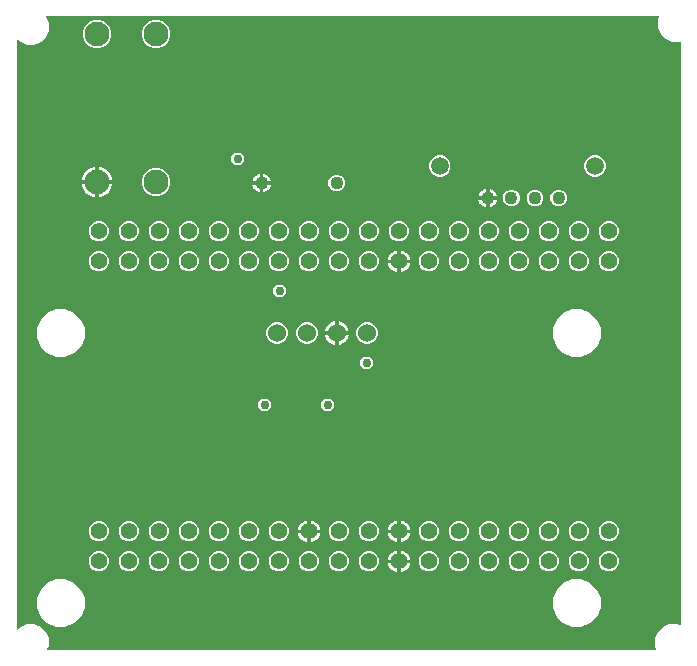
<source format=gbr>
G04 EAGLE Gerber RS-274X export*
G75*
%MOMM*%
%FSLAX34Y34*%
%LPD*%
%INEAGLE Copper Layer 15*%
%IPPOS*%
%AMOC8*
5,1,8,0,0,1.08239X$1,22.5*%
G01*
%ADD10C,1.524000*%
%ADD11C,2.100000*%
%ADD12C,1.397000*%
%ADD13C,1.108000*%
%ADD14C,1.508000*%
%ADD15C,0.756400*%

G36*
X-819844Y-2732270D02*
X-819844Y-2732270D01*
X-819798Y-2732272D01*
X-819723Y-2732250D01*
X-819646Y-2732238D01*
X-819605Y-2732216D01*
X-819561Y-2732203D01*
X-819497Y-2732159D01*
X-819429Y-2732122D01*
X-819397Y-2732089D01*
X-819359Y-2732063D01*
X-819313Y-2732000D01*
X-819259Y-2731944D01*
X-819240Y-2731902D01*
X-819213Y-2731866D01*
X-819188Y-2731792D01*
X-819156Y-2731721D01*
X-819151Y-2731675D01*
X-819136Y-2731632D01*
X-819137Y-2731554D01*
X-819129Y-2731477D01*
X-819138Y-2731432D01*
X-819139Y-2731386D01*
X-819177Y-2731254D01*
X-819181Y-2731236D01*
X-819183Y-2731232D01*
X-819185Y-2731225D01*
X-820341Y-2728436D01*
X-820341Y-2722404D01*
X-818033Y-2716832D01*
X-813768Y-2712567D01*
X-808196Y-2710259D01*
X-802164Y-2710259D01*
X-799375Y-2711415D01*
X-799331Y-2711425D01*
X-799289Y-2711444D01*
X-799212Y-2711453D01*
X-799136Y-2711471D01*
X-799090Y-2711466D01*
X-799045Y-2711471D01*
X-798968Y-2711455D01*
X-798891Y-2711448D01*
X-798849Y-2711429D01*
X-798804Y-2711419D01*
X-798737Y-2711379D01*
X-798666Y-2711348D01*
X-798632Y-2711317D01*
X-798593Y-2711293D01*
X-798542Y-2711234D01*
X-798485Y-2711181D01*
X-798463Y-2711141D01*
X-798433Y-2711106D01*
X-798404Y-2711034D01*
X-798367Y-2710966D01*
X-798358Y-2710921D01*
X-798341Y-2710878D01*
X-798326Y-2710742D01*
X-798323Y-2710724D01*
X-798324Y-2710719D01*
X-798323Y-2710711D01*
X-798323Y-2217941D01*
X-798330Y-2217896D01*
X-798328Y-2217850D01*
X-798350Y-2217775D01*
X-798362Y-2217698D01*
X-798384Y-2217658D01*
X-798397Y-2217613D01*
X-798441Y-2217549D01*
X-798478Y-2217481D01*
X-798511Y-2217449D01*
X-798537Y-2217411D01*
X-798600Y-2217365D01*
X-798656Y-2217311D01*
X-798697Y-2217292D01*
X-798734Y-2217265D01*
X-798809Y-2217240D01*
X-798879Y-2217208D01*
X-798925Y-2217203D01*
X-798968Y-2217188D01*
X-799046Y-2217189D01*
X-799123Y-2217181D01*
X-799168Y-2217190D01*
X-799214Y-2217191D01*
X-799345Y-2217229D01*
X-799364Y-2217233D01*
X-799368Y-2217235D01*
X-799375Y-2217238D01*
X-799624Y-2217341D01*
X-805656Y-2217341D01*
X-811228Y-2215033D01*
X-815493Y-2210768D01*
X-817801Y-2205196D01*
X-817801Y-2199164D01*
X-816645Y-2196375D01*
X-816635Y-2196331D01*
X-816616Y-2196289D01*
X-816607Y-2196212D01*
X-816589Y-2196136D01*
X-816594Y-2196090D01*
X-816589Y-2196045D01*
X-816605Y-2195968D01*
X-816612Y-2195891D01*
X-816631Y-2195849D01*
X-816641Y-2195804D01*
X-816681Y-2195737D01*
X-816712Y-2195666D01*
X-816743Y-2195632D01*
X-816767Y-2195593D01*
X-816826Y-2195542D01*
X-816879Y-2195485D01*
X-816919Y-2195463D01*
X-816954Y-2195433D01*
X-817026Y-2195404D01*
X-817094Y-2195367D01*
X-817139Y-2195358D01*
X-817182Y-2195341D01*
X-817318Y-2195326D01*
X-817336Y-2195323D01*
X-817341Y-2195324D01*
X-817349Y-2195323D01*
X-1335083Y-2195323D01*
X-1335129Y-2195330D01*
X-1335174Y-2195328D01*
X-1335249Y-2195350D01*
X-1335326Y-2195362D01*
X-1335367Y-2195384D01*
X-1335411Y-2195397D01*
X-1335475Y-2195441D01*
X-1335543Y-2195478D01*
X-1335575Y-2195511D01*
X-1335613Y-2195537D01*
X-1335659Y-2195600D01*
X-1335713Y-2195656D01*
X-1335732Y-2195698D01*
X-1335760Y-2195734D01*
X-1335784Y-2195808D01*
X-1335816Y-2195879D01*
X-1335822Y-2195925D01*
X-1335836Y-2195968D01*
X-1335835Y-2196046D01*
X-1335844Y-2196123D01*
X-1335834Y-2196168D01*
X-1335833Y-2196214D01*
X-1335795Y-2196346D01*
X-1335791Y-2196364D01*
X-1335789Y-2196368D01*
X-1335787Y-2196375D01*
X-1333579Y-2201704D01*
X-1333579Y-2207736D01*
X-1335887Y-2213308D01*
X-1340152Y-2217573D01*
X-1345724Y-2219881D01*
X-1351756Y-2219881D01*
X-1357328Y-2217573D01*
X-1359378Y-2215523D01*
X-1359436Y-2215481D01*
X-1359488Y-2215432D01*
X-1359535Y-2215410D01*
X-1359577Y-2215379D01*
X-1359646Y-2215358D01*
X-1359711Y-2215328D01*
X-1359763Y-2215322D01*
X-1359813Y-2215307D01*
X-1359884Y-2215309D01*
X-1359955Y-2215301D01*
X-1360006Y-2215312D01*
X-1360058Y-2215313D01*
X-1360126Y-2215338D01*
X-1360196Y-2215353D01*
X-1360241Y-2215380D01*
X-1360289Y-2215398D01*
X-1360345Y-2215443D01*
X-1360407Y-2215479D01*
X-1360441Y-2215519D01*
X-1360481Y-2215551D01*
X-1360520Y-2215612D01*
X-1360567Y-2215666D01*
X-1360586Y-2215715D01*
X-1360614Y-2215758D01*
X-1360632Y-2215828D01*
X-1360659Y-2215894D01*
X-1360667Y-2215966D01*
X-1360675Y-2215997D01*
X-1360673Y-2216020D01*
X-1360677Y-2216061D01*
X-1360677Y-2714079D01*
X-1360666Y-2714150D01*
X-1360664Y-2714221D01*
X-1360646Y-2714270D01*
X-1360638Y-2714322D01*
X-1360604Y-2714385D01*
X-1360579Y-2714452D01*
X-1360547Y-2714493D01*
X-1360522Y-2714539D01*
X-1360470Y-2714588D01*
X-1360426Y-2714644D01*
X-1360382Y-2714673D01*
X-1360344Y-2714708D01*
X-1360279Y-2714739D01*
X-1360219Y-2714777D01*
X-1360168Y-2714790D01*
X-1360121Y-2714812D01*
X-1360050Y-2714820D01*
X-1359980Y-2714837D01*
X-1359928Y-2714833D01*
X-1359877Y-2714839D01*
X-1359806Y-2714824D01*
X-1359735Y-2714818D01*
X-1359687Y-2714798D01*
X-1359636Y-2714787D01*
X-1359575Y-2714750D01*
X-1359509Y-2714722D01*
X-1359453Y-2714677D01*
X-1359425Y-2714661D01*
X-1359410Y-2714643D01*
X-1359378Y-2714617D01*
X-1357328Y-2712567D01*
X-1351756Y-2710259D01*
X-1345724Y-2710259D01*
X-1340152Y-2712567D01*
X-1335887Y-2716832D01*
X-1333579Y-2722404D01*
X-1333579Y-2728436D01*
X-1334735Y-2731225D01*
X-1334745Y-2731269D01*
X-1334764Y-2731311D01*
X-1334773Y-2731388D01*
X-1334791Y-2731464D01*
X-1334786Y-2731510D01*
X-1334791Y-2731555D01*
X-1334775Y-2731632D01*
X-1334768Y-2731709D01*
X-1334749Y-2731751D01*
X-1334739Y-2731796D01*
X-1334699Y-2731863D01*
X-1334668Y-2731934D01*
X-1334637Y-2731968D01*
X-1334613Y-2732007D01*
X-1334554Y-2732058D01*
X-1334501Y-2732115D01*
X-1334461Y-2732137D01*
X-1334426Y-2732167D01*
X-1334354Y-2732196D01*
X-1334286Y-2732233D01*
X-1334241Y-2732242D01*
X-1334198Y-2732259D01*
X-1334062Y-2732274D01*
X-1334044Y-2732277D01*
X-1334039Y-2732276D01*
X-1334031Y-2732277D01*
X-819889Y-2732277D01*
X-819844Y-2732270D01*
G37*
%LPC*%
G36*
X-1327350Y-2483961D02*
X-1327350Y-2483961D01*
X-1334760Y-2480891D01*
X-1340431Y-2475220D01*
X-1343501Y-2467810D01*
X-1343501Y-2459790D01*
X-1340431Y-2452380D01*
X-1334760Y-2446709D01*
X-1327350Y-2443639D01*
X-1319330Y-2443639D01*
X-1311920Y-2446709D01*
X-1306249Y-2452380D01*
X-1303179Y-2459790D01*
X-1303179Y-2467810D01*
X-1306249Y-2475220D01*
X-1311920Y-2480891D01*
X-1319330Y-2483961D01*
X-1327350Y-2483961D01*
G37*
%LPD*%
%LPC*%
G36*
X-890470Y-2483961D02*
X-890470Y-2483961D01*
X-897880Y-2480891D01*
X-903551Y-2475220D01*
X-906621Y-2467810D01*
X-906621Y-2459790D01*
X-903551Y-2452380D01*
X-897880Y-2446709D01*
X-890470Y-2443639D01*
X-882450Y-2443639D01*
X-875040Y-2446709D01*
X-869369Y-2452380D01*
X-866299Y-2459790D01*
X-866299Y-2467810D01*
X-869369Y-2475220D01*
X-875040Y-2480891D01*
X-882450Y-2483961D01*
X-890470Y-2483961D01*
G37*
%LPD*%
%LPC*%
G36*
X-890470Y-2712561D02*
X-890470Y-2712561D01*
X-897880Y-2709491D01*
X-903551Y-2703820D01*
X-906621Y-2696410D01*
X-906621Y-2688390D01*
X-903551Y-2680980D01*
X-897880Y-2675309D01*
X-890470Y-2672239D01*
X-882450Y-2672239D01*
X-875040Y-2675309D01*
X-869369Y-2680980D01*
X-866299Y-2688390D01*
X-866299Y-2696410D01*
X-869369Y-2703820D01*
X-875040Y-2709491D01*
X-882450Y-2712561D01*
X-890470Y-2712561D01*
G37*
%LPD*%
%LPC*%
G36*
X-1327350Y-2712561D02*
X-1327350Y-2712561D01*
X-1334760Y-2709491D01*
X-1340431Y-2703820D01*
X-1343501Y-2696410D01*
X-1343501Y-2688390D01*
X-1340431Y-2680980D01*
X-1334760Y-2675309D01*
X-1327350Y-2672239D01*
X-1319330Y-2672239D01*
X-1311920Y-2675309D01*
X-1306249Y-2680980D01*
X-1303179Y-2688390D01*
X-1303179Y-2696410D01*
X-1306249Y-2703820D01*
X-1311920Y-2709491D01*
X-1319330Y-2712561D01*
X-1327350Y-2712561D01*
G37*
%LPD*%
%LPC*%
G36*
X-1244852Y-2222825D02*
X-1244852Y-2222825D01*
X-1249271Y-2220994D01*
X-1252654Y-2217611D01*
X-1254485Y-2213192D01*
X-1254485Y-2208408D01*
X-1252654Y-2203989D01*
X-1249271Y-2200606D01*
X-1244852Y-2198775D01*
X-1240068Y-2198775D01*
X-1235649Y-2200606D01*
X-1232266Y-2203989D01*
X-1230435Y-2208408D01*
X-1230435Y-2213192D01*
X-1232266Y-2217611D01*
X-1235649Y-2220994D01*
X-1240068Y-2222825D01*
X-1244852Y-2222825D01*
G37*
%LPD*%
%LPC*%
G36*
X-1294852Y-2222825D02*
X-1294852Y-2222825D01*
X-1299271Y-2220994D01*
X-1302654Y-2217611D01*
X-1304485Y-2213192D01*
X-1304485Y-2208408D01*
X-1302654Y-2203989D01*
X-1299271Y-2200606D01*
X-1294852Y-2198775D01*
X-1290068Y-2198775D01*
X-1285649Y-2200606D01*
X-1282266Y-2203989D01*
X-1280435Y-2208408D01*
X-1280435Y-2213192D01*
X-1282266Y-2217611D01*
X-1285649Y-2220994D01*
X-1290068Y-2222825D01*
X-1294852Y-2222825D01*
G37*
%LPD*%
%LPC*%
G36*
X-1244852Y-2347825D02*
X-1244852Y-2347825D01*
X-1249271Y-2345994D01*
X-1252654Y-2342611D01*
X-1254485Y-2338192D01*
X-1254485Y-2333408D01*
X-1252654Y-2328989D01*
X-1249271Y-2325606D01*
X-1244852Y-2323775D01*
X-1240068Y-2323775D01*
X-1235649Y-2325606D01*
X-1232266Y-2328989D01*
X-1230435Y-2333408D01*
X-1230435Y-2338192D01*
X-1232266Y-2342611D01*
X-1235649Y-2345994D01*
X-1240068Y-2347825D01*
X-1244852Y-2347825D01*
G37*
%LPD*%
%LPC*%
G36*
X-1116879Y-2472945D02*
X-1116879Y-2472945D01*
X-1120240Y-2471553D01*
X-1122813Y-2468980D01*
X-1124205Y-2465619D01*
X-1124205Y-2461981D01*
X-1122813Y-2458620D01*
X-1120240Y-2456047D01*
X-1116879Y-2454655D01*
X-1113241Y-2454655D01*
X-1109880Y-2456047D01*
X-1107307Y-2458620D01*
X-1105915Y-2461981D01*
X-1105915Y-2465619D01*
X-1107307Y-2468980D01*
X-1109880Y-2471553D01*
X-1113241Y-2472945D01*
X-1116879Y-2472945D01*
G37*
%LPD*%
%LPC*%
G36*
X-1066079Y-2472945D02*
X-1066079Y-2472945D01*
X-1069440Y-2471553D01*
X-1072013Y-2468980D01*
X-1073405Y-2465619D01*
X-1073405Y-2461981D01*
X-1072013Y-2458620D01*
X-1069440Y-2456047D01*
X-1066079Y-2454655D01*
X-1062441Y-2454655D01*
X-1059080Y-2456047D01*
X-1056507Y-2458620D01*
X-1055115Y-2461981D01*
X-1055115Y-2465619D01*
X-1056507Y-2468980D01*
X-1059080Y-2471553D01*
X-1062441Y-2472945D01*
X-1066079Y-2472945D01*
G37*
%LPD*%
%LPC*%
G36*
X-1142279Y-2472945D02*
X-1142279Y-2472945D01*
X-1145640Y-2471553D01*
X-1148213Y-2468980D01*
X-1149605Y-2465619D01*
X-1149605Y-2461981D01*
X-1148213Y-2458620D01*
X-1145640Y-2456047D01*
X-1142279Y-2454655D01*
X-1138641Y-2454655D01*
X-1135280Y-2456047D01*
X-1132707Y-2458620D01*
X-1131315Y-2461981D01*
X-1131315Y-2465619D01*
X-1132707Y-2468980D01*
X-1135280Y-2471553D01*
X-1138641Y-2472945D01*
X-1142279Y-2472945D01*
G37*
%LPD*%
%LPC*%
G36*
X-872803Y-2331465D02*
X-872803Y-2331465D01*
X-876135Y-2330085D01*
X-878685Y-2327535D01*
X-880065Y-2324203D01*
X-880065Y-2320597D01*
X-878685Y-2317265D01*
X-876135Y-2314715D01*
X-872803Y-2313335D01*
X-869197Y-2313335D01*
X-865865Y-2314715D01*
X-863315Y-2317265D01*
X-861935Y-2320597D01*
X-861935Y-2324203D01*
X-863315Y-2327535D01*
X-865865Y-2330085D01*
X-869197Y-2331465D01*
X-872803Y-2331465D01*
G37*
%LPD*%
%LPC*%
G36*
X-1004203Y-2331465D02*
X-1004203Y-2331465D01*
X-1007535Y-2330085D01*
X-1010085Y-2327535D01*
X-1011465Y-2324203D01*
X-1011465Y-2320597D01*
X-1010085Y-2317265D01*
X-1007535Y-2314715D01*
X-1004203Y-2313335D01*
X-1000597Y-2313335D01*
X-997265Y-2314715D01*
X-994715Y-2317265D01*
X-993335Y-2320597D01*
X-993335Y-2324203D01*
X-994715Y-2327535D01*
X-997265Y-2330085D01*
X-1000597Y-2331465D01*
X-1004203Y-2331465D01*
G37*
%LPD*%
%LPC*%
G36*
X-937093Y-2665610D02*
X-937093Y-2665610D01*
X-940220Y-2664314D01*
X-942614Y-2661920D01*
X-943910Y-2658793D01*
X-943910Y-2655407D01*
X-942614Y-2652280D01*
X-940220Y-2649886D01*
X-937093Y-2648590D01*
X-933707Y-2648590D01*
X-930580Y-2649886D01*
X-928186Y-2652280D01*
X-926890Y-2655407D01*
X-926890Y-2658793D01*
X-928186Y-2661920D01*
X-930580Y-2664314D01*
X-933707Y-2665610D01*
X-937093Y-2665610D01*
G37*
%LPD*%
%LPC*%
G36*
X-911693Y-2665610D02*
X-911693Y-2665610D01*
X-914820Y-2664314D01*
X-917214Y-2661920D01*
X-918510Y-2658793D01*
X-918510Y-2655407D01*
X-917214Y-2652280D01*
X-914820Y-2649886D01*
X-911693Y-2648590D01*
X-908307Y-2648590D01*
X-905180Y-2649886D01*
X-902786Y-2652280D01*
X-901490Y-2655407D01*
X-901490Y-2658793D01*
X-902786Y-2661920D01*
X-905180Y-2664314D01*
X-908307Y-2665610D01*
X-911693Y-2665610D01*
G37*
%LPD*%
%LPC*%
G36*
X-886293Y-2665610D02*
X-886293Y-2665610D01*
X-889420Y-2664314D01*
X-891814Y-2661920D01*
X-893110Y-2658793D01*
X-893110Y-2655407D01*
X-891814Y-2652280D01*
X-889420Y-2649886D01*
X-886293Y-2648590D01*
X-882907Y-2648590D01*
X-879780Y-2649886D01*
X-877386Y-2652280D01*
X-876090Y-2655407D01*
X-876090Y-2658793D01*
X-877386Y-2661920D01*
X-879780Y-2664314D01*
X-882907Y-2665610D01*
X-886293Y-2665610D01*
G37*
%LPD*%
%LPC*%
G36*
X-860893Y-2665610D02*
X-860893Y-2665610D01*
X-864020Y-2664314D01*
X-866414Y-2661920D01*
X-867710Y-2658793D01*
X-867710Y-2655407D01*
X-866414Y-2652280D01*
X-864020Y-2649886D01*
X-860893Y-2648590D01*
X-857507Y-2648590D01*
X-854380Y-2649886D01*
X-851986Y-2652280D01*
X-850690Y-2655407D01*
X-850690Y-2658793D01*
X-851986Y-2661920D01*
X-854380Y-2664314D01*
X-857507Y-2665610D01*
X-860893Y-2665610D01*
G37*
%LPD*%
%LPC*%
G36*
X-962493Y-2665610D02*
X-962493Y-2665610D01*
X-965620Y-2664314D01*
X-968014Y-2661920D01*
X-969310Y-2658793D01*
X-969310Y-2655407D01*
X-968014Y-2652280D01*
X-965620Y-2649886D01*
X-962493Y-2648590D01*
X-959107Y-2648590D01*
X-955980Y-2649886D01*
X-953586Y-2652280D01*
X-952290Y-2655407D01*
X-952290Y-2658793D01*
X-953586Y-2661920D01*
X-955980Y-2664314D01*
X-959107Y-2665610D01*
X-962493Y-2665610D01*
G37*
%LPD*%
%LPC*%
G36*
X-1114893Y-2665610D02*
X-1114893Y-2665610D01*
X-1118020Y-2664314D01*
X-1120414Y-2661920D01*
X-1121710Y-2658793D01*
X-1121710Y-2655407D01*
X-1120414Y-2652280D01*
X-1118020Y-2649886D01*
X-1114893Y-2648590D01*
X-1111507Y-2648590D01*
X-1108380Y-2649886D01*
X-1105986Y-2652280D01*
X-1104690Y-2655407D01*
X-1104690Y-2658793D01*
X-1105986Y-2661920D01*
X-1108380Y-2664314D01*
X-1111507Y-2665610D01*
X-1114893Y-2665610D01*
G37*
%LPD*%
%LPC*%
G36*
X-1089493Y-2665610D02*
X-1089493Y-2665610D01*
X-1092620Y-2664314D01*
X-1095014Y-2661920D01*
X-1096310Y-2658793D01*
X-1096310Y-2655407D01*
X-1095014Y-2652280D01*
X-1092620Y-2649886D01*
X-1089493Y-2648590D01*
X-1086107Y-2648590D01*
X-1082980Y-2649886D01*
X-1080586Y-2652280D01*
X-1079290Y-2655407D01*
X-1079290Y-2658793D01*
X-1080586Y-2661920D01*
X-1082980Y-2664314D01*
X-1086107Y-2665610D01*
X-1089493Y-2665610D01*
G37*
%LPD*%
%LPC*%
G36*
X-1064093Y-2665610D02*
X-1064093Y-2665610D01*
X-1067220Y-2664314D01*
X-1069614Y-2661920D01*
X-1070910Y-2658793D01*
X-1070910Y-2655407D01*
X-1069614Y-2652280D01*
X-1067220Y-2649886D01*
X-1064093Y-2648590D01*
X-1060707Y-2648590D01*
X-1057580Y-2649886D01*
X-1055186Y-2652280D01*
X-1053890Y-2655407D01*
X-1053890Y-2658793D01*
X-1055186Y-2661920D01*
X-1057580Y-2664314D01*
X-1060707Y-2665610D01*
X-1064093Y-2665610D01*
G37*
%LPD*%
%LPC*%
G36*
X-1140293Y-2665610D02*
X-1140293Y-2665610D01*
X-1143420Y-2664314D01*
X-1145814Y-2661920D01*
X-1147110Y-2658793D01*
X-1147110Y-2655407D01*
X-1145814Y-2652280D01*
X-1143420Y-2649886D01*
X-1140293Y-2648590D01*
X-1136907Y-2648590D01*
X-1133780Y-2649886D01*
X-1131386Y-2652280D01*
X-1130090Y-2655407D01*
X-1130090Y-2658793D01*
X-1131386Y-2661920D01*
X-1133780Y-2664314D01*
X-1136907Y-2665610D01*
X-1140293Y-2665610D01*
G37*
%LPD*%
%LPC*%
G36*
X-1165693Y-2665610D02*
X-1165693Y-2665610D01*
X-1168820Y-2664314D01*
X-1171214Y-2661920D01*
X-1172510Y-2658793D01*
X-1172510Y-2655407D01*
X-1171214Y-2652280D01*
X-1168820Y-2649886D01*
X-1165693Y-2648590D01*
X-1162307Y-2648590D01*
X-1159180Y-2649886D01*
X-1156786Y-2652280D01*
X-1155490Y-2655407D01*
X-1155490Y-2658793D01*
X-1156786Y-2661920D01*
X-1159180Y-2664314D01*
X-1162307Y-2665610D01*
X-1165693Y-2665610D01*
G37*
%LPD*%
%LPC*%
G36*
X-860893Y-2386210D02*
X-860893Y-2386210D01*
X-864020Y-2384914D01*
X-866414Y-2382520D01*
X-867710Y-2379393D01*
X-867710Y-2376007D01*
X-866414Y-2372880D01*
X-864020Y-2370486D01*
X-860893Y-2369190D01*
X-857507Y-2369190D01*
X-854380Y-2370486D01*
X-851986Y-2372880D01*
X-850690Y-2376007D01*
X-850690Y-2379393D01*
X-851986Y-2382520D01*
X-854380Y-2384914D01*
X-857507Y-2386210D01*
X-860893Y-2386210D01*
G37*
%LPD*%
%LPC*%
G36*
X-1191093Y-2665610D02*
X-1191093Y-2665610D01*
X-1194220Y-2664314D01*
X-1196614Y-2661920D01*
X-1197910Y-2658793D01*
X-1197910Y-2655407D01*
X-1196614Y-2652280D01*
X-1194220Y-2649886D01*
X-1191093Y-2648590D01*
X-1187707Y-2648590D01*
X-1184580Y-2649886D01*
X-1182186Y-2652280D01*
X-1180890Y-2655407D01*
X-1180890Y-2658793D01*
X-1182186Y-2661920D01*
X-1184580Y-2664314D01*
X-1187707Y-2665610D01*
X-1191093Y-2665610D01*
G37*
%LPD*%
%LPC*%
G36*
X-1216493Y-2665610D02*
X-1216493Y-2665610D01*
X-1219620Y-2664314D01*
X-1222014Y-2661920D01*
X-1223310Y-2658793D01*
X-1223310Y-2655407D01*
X-1222014Y-2652280D01*
X-1219620Y-2649886D01*
X-1216493Y-2648590D01*
X-1213107Y-2648590D01*
X-1209980Y-2649886D01*
X-1207586Y-2652280D01*
X-1206290Y-2655407D01*
X-1206290Y-2658793D01*
X-1207586Y-2661920D01*
X-1209980Y-2664314D01*
X-1213107Y-2665610D01*
X-1216493Y-2665610D01*
G37*
%LPD*%
%LPC*%
G36*
X-1241893Y-2665610D02*
X-1241893Y-2665610D01*
X-1245020Y-2664314D01*
X-1247414Y-2661920D01*
X-1248710Y-2658793D01*
X-1248710Y-2655407D01*
X-1247414Y-2652280D01*
X-1245020Y-2649886D01*
X-1241893Y-2648590D01*
X-1238507Y-2648590D01*
X-1235380Y-2649886D01*
X-1232986Y-2652280D01*
X-1231690Y-2655407D01*
X-1231690Y-2658793D01*
X-1232986Y-2661920D01*
X-1235380Y-2664314D01*
X-1238507Y-2665610D01*
X-1241893Y-2665610D01*
G37*
%LPD*%
%LPC*%
G36*
X-1267293Y-2665610D02*
X-1267293Y-2665610D01*
X-1270420Y-2664314D01*
X-1272814Y-2661920D01*
X-1274110Y-2658793D01*
X-1274110Y-2655407D01*
X-1272814Y-2652280D01*
X-1270420Y-2649886D01*
X-1267293Y-2648590D01*
X-1263907Y-2648590D01*
X-1260780Y-2649886D01*
X-1258386Y-2652280D01*
X-1257090Y-2655407D01*
X-1257090Y-2658793D01*
X-1258386Y-2661920D01*
X-1260780Y-2664314D01*
X-1263907Y-2665610D01*
X-1267293Y-2665610D01*
G37*
%LPD*%
%LPC*%
G36*
X-1292693Y-2665610D02*
X-1292693Y-2665610D01*
X-1295820Y-2664314D01*
X-1298214Y-2661920D01*
X-1299510Y-2658793D01*
X-1299510Y-2655407D01*
X-1298214Y-2652280D01*
X-1295820Y-2649886D01*
X-1292693Y-2648590D01*
X-1289307Y-2648590D01*
X-1286180Y-2649886D01*
X-1283786Y-2652280D01*
X-1282490Y-2655407D01*
X-1282490Y-2658793D01*
X-1283786Y-2661920D01*
X-1286180Y-2664314D01*
X-1289307Y-2665610D01*
X-1292693Y-2665610D01*
G37*
%LPD*%
%LPC*%
G36*
X-987893Y-2665610D02*
X-987893Y-2665610D01*
X-991020Y-2664314D01*
X-993414Y-2661920D01*
X-994710Y-2658793D01*
X-994710Y-2655407D01*
X-993414Y-2652280D01*
X-991020Y-2649886D01*
X-987893Y-2648590D01*
X-984507Y-2648590D01*
X-981380Y-2649886D01*
X-978986Y-2652280D01*
X-977690Y-2655407D01*
X-977690Y-2658793D01*
X-978986Y-2661920D01*
X-981380Y-2664314D01*
X-984507Y-2665610D01*
X-987893Y-2665610D01*
G37*
%LPD*%
%LPC*%
G36*
X-1114893Y-2386210D02*
X-1114893Y-2386210D01*
X-1118020Y-2384914D01*
X-1120414Y-2382520D01*
X-1121710Y-2379393D01*
X-1121710Y-2376007D01*
X-1120414Y-2372880D01*
X-1118020Y-2370486D01*
X-1114893Y-2369190D01*
X-1111507Y-2369190D01*
X-1108380Y-2370486D01*
X-1105986Y-2372880D01*
X-1104690Y-2376007D01*
X-1104690Y-2379393D01*
X-1105986Y-2382520D01*
X-1108380Y-2384914D01*
X-1111507Y-2386210D01*
X-1114893Y-2386210D01*
G37*
%LPD*%
%LPC*%
G36*
X-1140293Y-2386210D02*
X-1140293Y-2386210D01*
X-1143420Y-2384914D01*
X-1145814Y-2382520D01*
X-1147110Y-2379393D01*
X-1147110Y-2376007D01*
X-1145814Y-2372880D01*
X-1143420Y-2370486D01*
X-1140293Y-2369190D01*
X-1136907Y-2369190D01*
X-1133780Y-2370486D01*
X-1131386Y-2372880D01*
X-1130090Y-2376007D01*
X-1130090Y-2379393D01*
X-1131386Y-2382520D01*
X-1133780Y-2384914D01*
X-1136907Y-2386210D01*
X-1140293Y-2386210D01*
G37*
%LPD*%
%LPC*%
G36*
X-1165693Y-2386210D02*
X-1165693Y-2386210D01*
X-1168820Y-2384914D01*
X-1171214Y-2382520D01*
X-1172510Y-2379393D01*
X-1172510Y-2376007D01*
X-1171214Y-2372880D01*
X-1168820Y-2370486D01*
X-1165693Y-2369190D01*
X-1162307Y-2369190D01*
X-1159180Y-2370486D01*
X-1156786Y-2372880D01*
X-1155490Y-2376007D01*
X-1155490Y-2379393D01*
X-1156786Y-2382520D01*
X-1159180Y-2384914D01*
X-1162307Y-2386210D01*
X-1165693Y-2386210D01*
G37*
%LPD*%
%LPC*%
G36*
X-1191093Y-2386210D02*
X-1191093Y-2386210D01*
X-1194220Y-2384914D01*
X-1196614Y-2382520D01*
X-1197910Y-2379393D01*
X-1197910Y-2376007D01*
X-1196614Y-2372880D01*
X-1194220Y-2370486D01*
X-1191093Y-2369190D01*
X-1187707Y-2369190D01*
X-1184580Y-2370486D01*
X-1182186Y-2372880D01*
X-1180890Y-2376007D01*
X-1180890Y-2379393D01*
X-1182186Y-2382520D01*
X-1184580Y-2384914D01*
X-1187707Y-2386210D01*
X-1191093Y-2386210D01*
G37*
%LPD*%
%LPC*%
G36*
X-1216493Y-2386210D02*
X-1216493Y-2386210D01*
X-1219620Y-2384914D01*
X-1222014Y-2382520D01*
X-1223310Y-2379393D01*
X-1223310Y-2376007D01*
X-1222014Y-2372880D01*
X-1219620Y-2370486D01*
X-1216493Y-2369190D01*
X-1213107Y-2369190D01*
X-1209980Y-2370486D01*
X-1207586Y-2372880D01*
X-1206290Y-2376007D01*
X-1206290Y-2379393D01*
X-1207586Y-2382520D01*
X-1209980Y-2384914D01*
X-1213107Y-2386210D01*
X-1216493Y-2386210D01*
G37*
%LPD*%
%LPC*%
G36*
X-1241893Y-2386210D02*
X-1241893Y-2386210D01*
X-1245020Y-2384914D01*
X-1247414Y-2382520D01*
X-1248710Y-2379393D01*
X-1248710Y-2376007D01*
X-1247414Y-2372880D01*
X-1245020Y-2370486D01*
X-1241893Y-2369190D01*
X-1238507Y-2369190D01*
X-1235380Y-2370486D01*
X-1232986Y-2372880D01*
X-1231690Y-2376007D01*
X-1231690Y-2379393D01*
X-1232986Y-2382520D01*
X-1235380Y-2384914D01*
X-1238507Y-2386210D01*
X-1241893Y-2386210D01*
G37*
%LPD*%
%LPC*%
G36*
X-1267293Y-2386210D02*
X-1267293Y-2386210D01*
X-1270420Y-2384914D01*
X-1272814Y-2382520D01*
X-1274110Y-2379393D01*
X-1274110Y-2376007D01*
X-1272814Y-2372880D01*
X-1270420Y-2370486D01*
X-1267293Y-2369190D01*
X-1263907Y-2369190D01*
X-1260780Y-2370486D01*
X-1258386Y-2372880D01*
X-1257090Y-2376007D01*
X-1257090Y-2379393D01*
X-1258386Y-2382520D01*
X-1260780Y-2384914D01*
X-1263907Y-2386210D01*
X-1267293Y-2386210D01*
G37*
%LPD*%
%LPC*%
G36*
X-1292693Y-2386210D02*
X-1292693Y-2386210D01*
X-1295820Y-2384914D01*
X-1298214Y-2382520D01*
X-1299510Y-2379393D01*
X-1299510Y-2376007D01*
X-1298214Y-2372880D01*
X-1295820Y-2370486D01*
X-1292693Y-2369190D01*
X-1289307Y-2369190D01*
X-1286180Y-2370486D01*
X-1283786Y-2372880D01*
X-1282490Y-2376007D01*
X-1282490Y-2379393D01*
X-1283786Y-2382520D01*
X-1286180Y-2384914D01*
X-1289307Y-2386210D01*
X-1292693Y-2386210D01*
G37*
%LPD*%
%LPC*%
G36*
X-886293Y-2386210D02*
X-886293Y-2386210D01*
X-889420Y-2384914D01*
X-891814Y-2382520D01*
X-893110Y-2379393D01*
X-893110Y-2376007D01*
X-891814Y-2372880D01*
X-889420Y-2370486D01*
X-886293Y-2369190D01*
X-882907Y-2369190D01*
X-879780Y-2370486D01*
X-877386Y-2372880D01*
X-876090Y-2376007D01*
X-876090Y-2379393D01*
X-877386Y-2382520D01*
X-879780Y-2384914D01*
X-882907Y-2386210D01*
X-886293Y-2386210D01*
G37*
%LPD*%
%LPC*%
G36*
X-911693Y-2386210D02*
X-911693Y-2386210D01*
X-914820Y-2384914D01*
X-917214Y-2382520D01*
X-918510Y-2379393D01*
X-918510Y-2376007D01*
X-917214Y-2372880D01*
X-914820Y-2370486D01*
X-911693Y-2369190D01*
X-908307Y-2369190D01*
X-905180Y-2370486D01*
X-902786Y-2372880D01*
X-901490Y-2376007D01*
X-901490Y-2379393D01*
X-902786Y-2382520D01*
X-905180Y-2384914D01*
X-908307Y-2386210D01*
X-911693Y-2386210D01*
G37*
%LPD*%
%LPC*%
G36*
X-937093Y-2386210D02*
X-937093Y-2386210D01*
X-940220Y-2384914D01*
X-942614Y-2382520D01*
X-943910Y-2379393D01*
X-943910Y-2376007D01*
X-942614Y-2372880D01*
X-940220Y-2370486D01*
X-937093Y-2369190D01*
X-933707Y-2369190D01*
X-930580Y-2370486D01*
X-928186Y-2372880D01*
X-926890Y-2376007D01*
X-926890Y-2379393D01*
X-928186Y-2382520D01*
X-930580Y-2384914D01*
X-933707Y-2386210D01*
X-937093Y-2386210D01*
G37*
%LPD*%
%LPC*%
G36*
X-962493Y-2386210D02*
X-962493Y-2386210D01*
X-965620Y-2384914D01*
X-968014Y-2382520D01*
X-969310Y-2379393D01*
X-969310Y-2376007D01*
X-968014Y-2372880D01*
X-965620Y-2370486D01*
X-962493Y-2369190D01*
X-959107Y-2369190D01*
X-955980Y-2370486D01*
X-953586Y-2372880D01*
X-952290Y-2376007D01*
X-952290Y-2379393D01*
X-953586Y-2382520D01*
X-955980Y-2384914D01*
X-959107Y-2386210D01*
X-962493Y-2386210D01*
G37*
%LPD*%
%LPC*%
G36*
X-987893Y-2386210D02*
X-987893Y-2386210D01*
X-991020Y-2384914D01*
X-993414Y-2382520D01*
X-994710Y-2379393D01*
X-994710Y-2376007D01*
X-993414Y-2372880D01*
X-991020Y-2370486D01*
X-987893Y-2369190D01*
X-984507Y-2369190D01*
X-981380Y-2370486D01*
X-978986Y-2372880D01*
X-977690Y-2376007D01*
X-977690Y-2379393D01*
X-978986Y-2382520D01*
X-981380Y-2384914D01*
X-984507Y-2386210D01*
X-987893Y-2386210D01*
G37*
%LPD*%
%LPC*%
G36*
X-1013293Y-2386210D02*
X-1013293Y-2386210D01*
X-1016420Y-2384914D01*
X-1018814Y-2382520D01*
X-1020110Y-2379393D01*
X-1020110Y-2376007D01*
X-1018814Y-2372880D01*
X-1016420Y-2370486D01*
X-1013293Y-2369190D01*
X-1009907Y-2369190D01*
X-1006780Y-2370486D01*
X-1004386Y-2372880D01*
X-1003090Y-2376007D01*
X-1003090Y-2379393D01*
X-1004386Y-2382520D01*
X-1006780Y-2384914D01*
X-1009907Y-2386210D01*
X-1013293Y-2386210D01*
G37*
%LPD*%
%LPC*%
G36*
X-1038693Y-2386210D02*
X-1038693Y-2386210D01*
X-1041820Y-2384914D01*
X-1044214Y-2382520D01*
X-1045510Y-2379393D01*
X-1045510Y-2376007D01*
X-1044214Y-2372880D01*
X-1041820Y-2370486D01*
X-1038693Y-2369190D01*
X-1035307Y-2369190D01*
X-1032180Y-2370486D01*
X-1029786Y-2372880D01*
X-1028490Y-2376007D01*
X-1028490Y-2379393D01*
X-1029786Y-2382520D01*
X-1032180Y-2384914D01*
X-1035307Y-2386210D01*
X-1038693Y-2386210D01*
G37*
%LPD*%
%LPC*%
G36*
X-1064093Y-2386210D02*
X-1064093Y-2386210D01*
X-1067220Y-2384914D01*
X-1069614Y-2382520D01*
X-1070910Y-2379393D01*
X-1070910Y-2376007D01*
X-1069614Y-2372880D01*
X-1067220Y-2370486D01*
X-1064093Y-2369190D01*
X-1060707Y-2369190D01*
X-1057580Y-2370486D01*
X-1055186Y-2372880D01*
X-1053890Y-2376007D01*
X-1053890Y-2379393D01*
X-1055186Y-2382520D01*
X-1057580Y-2384914D01*
X-1060707Y-2386210D01*
X-1064093Y-2386210D01*
G37*
%LPD*%
%LPC*%
G36*
X-1089493Y-2386210D02*
X-1089493Y-2386210D01*
X-1092620Y-2384914D01*
X-1095014Y-2382520D01*
X-1096310Y-2379393D01*
X-1096310Y-2376007D01*
X-1095014Y-2372880D01*
X-1092620Y-2370486D01*
X-1089493Y-2369190D01*
X-1086107Y-2369190D01*
X-1082980Y-2370486D01*
X-1080586Y-2372880D01*
X-1079290Y-2376007D01*
X-1079290Y-2379393D01*
X-1080586Y-2382520D01*
X-1082980Y-2384914D01*
X-1086107Y-2386210D01*
X-1089493Y-2386210D01*
G37*
%LPD*%
%LPC*%
G36*
X-987893Y-2411610D02*
X-987893Y-2411610D01*
X-991020Y-2410314D01*
X-993414Y-2407920D01*
X-994710Y-2404793D01*
X-994710Y-2401407D01*
X-993414Y-2398280D01*
X-991020Y-2395886D01*
X-987893Y-2394590D01*
X-984507Y-2394590D01*
X-981380Y-2395886D01*
X-978986Y-2398280D01*
X-977690Y-2401407D01*
X-977690Y-2404793D01*
X-978986Y-2407920D01*
X-981380Y-2410314D01*
X-984507Y-2411610D01*
X-987893Y-2411610D01*
G37*
%LPD*%
%LPC*%
G36*
X-1013293Y-2411610D02*
X-1013293Y-2411610D01*
X-1016420Y-2410314D01*
X-1018814Y-2407920D01*
X-1020110Y-2404793D01*
X-1020110Y-2401407D01*
X-1018814Y-2398280D01*
X-1016420Y-2395886D01*
X-1013293Y-2394590D01*
X-1009907Y-2394590D01*
X-1006780Y-2395886D01*
X-1004386Y-2398280D01*
X-1003090Y-2401407D01*
X-1003090Y-2404793D01*
X-1004386Y-2407920D01*
X-1006780Y-2410314D01*
X-1009907Y-2411610D01*
X-1013293Y-2411610D01*
G37*
%LPD*%
%LPC*%
G36*
X-1064093Y-2411610D02*
X-1064093Y-2411610D01*
X-1067220Y-2410314D01*
X-1069614Y-2407920D01*
X-1070910Y-2404793D01*
X-1070910Y-2401407D01*
X-1069614Y-2398280D01*
X-1067220Y-2395886D01*
X-1064093Y-2394590D01*
X-1060707Y-2394590D01*
X-1057580Y-2395886D01*
X-1055186Y-2398280D01*
X-1053890Y-2401407D01*
X-1053890Y-2404793D01*
X-1055186Y-2407920D01*
X-1057580Y-2410314D01*
X-1060707Y-2411610D01*
X-1064093Y-2411610D01*
G37*
%LPD*%
%LPC*%
G36*
X-1089493Y-2411610D02*
X-1089493Y-2411610D01*
X-1092620Y-2410314D01*
X-1095014Y-2407920D01*
X-1096310Y-2404793D01*
X-1096310Y-2401407D01*
X-1095014Y-2398280D01*
X-1092620Y-2395886D01*
X-1089493Y-2394590D01*
X-1086107Y-2394590D01*
X-1082980Y-2395886D01*
X-1080586Y-2398280D01*
X-1079290Y-2401407D01*
X-1079290Y-2404793D01*
X-1080586Y-2407920D01*
X-1082980Y-2410314D01*
X-1086107Y-2411610D01*
X-1089493Y-2411610D01*
G37*
%LPD*%
%LPC*%
G36*
X-1114893Y-2411610D02*
X-1114893Y-2411610D01*
X-1118020Y-2410314D01*
X-1120414Y-2407920D01*
X-1121710Y-2404793D01*
X-1121710Y-2401407D01*
X-1120414Y-2398280D01*
X-1118020Y-2395886D01*
X-1114893Y-2394590D01*
X-1111507Y-2394590D01*
X-1108380Y-2395886D01*
X-1105986Y-2398280D01*
X-1104690Y-2401407D01*
X-1104690Y-2404793D01*
X-1105986Y-2407920D01*
X-1108380Y-2410314D01*
X-1111507Y-2411610D01*
X-1114893Y-2411610D01*
G37*
%LPD*%
%LPC*%
G36*
X-1140293Y-2411610D02*
X-1140293Y-2411610D01*
X-1143420Y-2410314D01*
X-1145814Y-2407920D01*
X-1147110Y-2404793D01*
X-1147110Y-2401407D01*
X-1145814Y-2398280D01*
X-1143420Y-2395886D01*
X-1140293Y-2394590D01*
X-1136907Y-2394590D01*
X-1133780Y-2395886D01*
X-1131386Y-2398280D01*
X-1130090Y-2401407D01*
X-1130090Y-2404793D01*
X-1131386Y-2407920D01*
X-1133780Y-2410314D01*
X-1136907Y-2411610D01*
X-1140293Y-2411610D01*
G37*
%LPD*%
%LPC*%
G36*
X-1165693Y-2411610D02*
X-1165693Y-2411610D01*
X-1168820Y-2410314D01*
X-1171214Y-2407920D01*
X-1172510Y-2404793D01*
X-1172510Y-2401407D01*
X-1171214Y-2398280D01*
X-1168820Y-2395886D01*
X-1165693Y-2394590D01*
X-1162307Y-2394590D01*
X-1159180Y-2395886D01*
X-1156786Y-2398280D01*
X-1155490Y-2401407D01*
X-1155490Y-2404793D01*
X-1156786Y-2407920D01*
X-1159180Y-2410314D01*
X-1162307Y-2411610D01*
X-1165693Y-2411610D01*
G37*
%LPD*%
%LPC*%
G36*
X-1191093Y-2411610D02*
X-1191093Y-2411610D01*
X-1194220Y-2410314D01*
X-1196614Y-2407920D01*
X-1197910Y-2404793D01*
X-1197910Y-2401407D01*
X-1196614Y-2398280D01*
X-1194220Y-2395886D01*
X-1191093Y-2394590D01*
X-1187707Y-2394590D01*
X-1184580Y-2395886D01*
X-1182186Y-2398280D01*
X-1180890Y-2401407D01*
X-1180890Y-2404793D01*
X-1182186Y-2407920D01*
X-1184580Y-2410314D01*
X-1187707Y-2411610D01*
X-1191093Y-2411610D01*
G37*
%LPD*%
%LPC*%
G36*
X-1216493Y-2411610D02*
X-1216493Y-2411610D01*
X-1219620Y-2410314D01*
X-1222014Y-2407920D01*
X-1223310Y-2404793D01*
X-1223310Y-2401407D01*
X-1222014Y-2398280D01*
X-1219620Y-2395886D01*
X-1216493Y-2394590D01*
X-1213107Y-2394590D01*
X-1209980Y-2395886D01*
X-1207586Y-2398280D01*
X-1206290Y-2401407D01*
X-1206290Y-2404793D01*
X-1207586Y-2407920D01*
X-1209980Y-2410314D01*
X-1213107Y-2411610D01*
X-1216493Y-2411610D01*
G37*
%LPD*%
%LPC*%
G36*
X-1241893Y-2411610D02*
X-1241893Y-2411610D01*
X-1245020Y-2410314D01*
X-1247414Y-2407920D01*
X-1248710Y-2404793D01*
X-1248710Y-2401407D01*
X-1247414Y-2398280D01*
X-1245020Y-2395886D01*
X-1241893Y-2394590D01*
X-1238507Y-2394590D01*
X-1235380Y-2395886D01*
X-1232986Y-2398280D01*
X-1231690Y-2401407D01*
X-1231690Y-2404793D01*
X-1232986Y-2407920D01*
X-1235380Y-2410314D01*
X-1238507Y-2411610D01*
X-1241893Y-2411610D01*
G37*
%LPD*%
%LPC*%
G36*
X-1267293Y-2411610D02*
X-1267293Y-2411610D01*
X-1270420Y-2410314D01*
X-1272814Y-2407920D01*
X-1274110Y-2404793D01*
X-1274110Y-2401407D01*
X-1272814Y-2398280D01*
X-1270420Y-2395886D01*
X-1267293Y-2394590D01*
X-1263907Y-2394590D01*
X-1260780Y-2395886D01*
X-1258386Y-2398280D01*
X-1257090Y-2401407D01*
X-1257090Y-2404793D01*
X-1258386Y-2407920D01*
X-1260780Y-2410314D01*
X-1263907Y-2411610D01*
X-1267293Y-2411610D01*
G37*
%LPD*%
%LPC*%
G36*
X-1292693Y-2411610D02*
X-1292693Y-2411610D01*
X-1295820Y-2410314D01*
X-1298214Y-2407920D01*
X-1299510Y-2404793D01*
X-1299510Y-2401407D01*
X-1298214Y-2398280D01*
X-1295820Y-2395886D01*
X-1292693Y-2394590D01*
X-1289307Y-2394590D01*
X-1286180Y-2395886D01*
X-1283786Y-2398280D01*
X-1282490Y-2401407D01*
X-1282490Y-2404793D01*
X-1283786Y-2407920D01*
X-1286180Y-2410314D01*
X-1289307Y-2411610D01*
X-1292693Y-2411610D01*
G37*
%LPD*%
%LPC*%
G36*
X-860893Y-2411610D02*
X-860893Y-2411610D01*
X-864020Y-2410314D01*
X-866414Y-2407920D01*
X-867710Y-2404793D01*
X-867710Y-2401407D01*
X-866414Y-2398280D01*
X-864020Y-2395886D01*
X-860893Y-2394590D01*
X-857507Y-2394590D01*
X-854380Y-2395886D01*
X-851986Y-2398280D01*
X-850690Y-2401407D01*
X-850690Y-2404793D01*
X-851986Y-2407920D01*
X-854380Y-2410314D01*
X-857507Y-2411610D01*
X-860893Y-2411610D01*
G37*
%LPD*%
%LPC*%
G36*
X-886293Y-2411610D02*
X-886293Y-2411610D01*
X-889420Y-2410314D01*
X-891814Y-2407920D01*
X-893110Y-2404793D01*
X-893110Y-2401407D01*
X-891814Y-2398280D01*
X-889420Y-2395886D01*
X-886293Y-2394590D01*
X-882907Y-2394590D01*
X-879780Y-2395886D01*
X-877386Y-2398280D01*
X-876090Y-2401407D01*
X-876090Y-2404793D01*
X-877386Y-2407920D01*
X-879780Y-2410314D01*
X-882907Y-2411610D01*
X-886293Y-2411610D01*
G37*
%LPD*%
%LPC*%
G36*
X-911693Y-2411610D02*
X-911693Y-2411610D01*
X-914820Y-2410314D01*
X-917214Y-2407920D01*
X-918510Y-2404793D01*
X-918510Y-2401407D01*
X-917214Y-2398280D01*
X-914820Y-2395886D01*
X-911693Y-2394590D01*
X-908307Y-2394590D01*
X-905180Y-2395886D01*
X-902786Y-2398280D01*
X-901490Y-2401407D01*
X-901490Y-2404793D01*
X-902786Y-2407920D01*
X-905180Y-2410314D01*
X-908307Y-2411610D01*
X-911693Y-2411610D01*
G37*
%LPD*%
%LPC*%
G36*
X-937093Y-2411610D02*
X-937093Y-2411610D01*
X-940220Y-2410314D01*
X-942614Y-2407920D01*
X-943910Y-2404793D01*
X-943910Y-2401407D01*
X-942614Y-2398280D01*
X-940220Y-2395886D01*
X-937093Y-2394590D01*
X-933707Y-2394590D01*
X-930580Y-2395886D01*
X-928186Y-2398280D01*
X-926890Y-2401407D01*
X-926890Y-2404793D01*
X-928186Y-2407920D01*
X-930580Y-2410314D01*
X-933707Y-2411610D01*
X-937093Y-2411610D01*
G37*
%LPD*%
%LPC*%
G36*
X-962493Y-2411610D02*
X-962493Y-2411610D01*
X-965620Y-2410314D01*
X-968014Y-2407920D01*
X-969310Y-2404793D01*
X-969310Y-2401407D01*
X-968014Y-2398280D01*
X-965620Y-2395886D01*
X-962493Y-2394590D01*
X-959107Y-2394590D01*
X-955980Y-2395886D01*
X-953586Y-2398280D01*
X-952290Y-2401407D01*
X-952290Y-2404793D01*
X-953586Y-2407920D01*
X-955980Y-2410314D01*
X-959107Y-2411610D01*
X-962493Y-2411610D01*
G37*
%LPD*%
%LPC*%
G36*
X-886293Y-2640210D02*
X-886293Y-2640210D01*
X-889420Y-2638914D01*
X-891814Y-2636520D01*
X-893110Y-2633393D01*
X-893110Y-2630007D01*
X-891814Y-2626880D01*
X-889420Y-2624486D01*
X-886293Y-2623190D01*
X-882907Y-2623190D01*
X-879780Y-2624486D01*
X-877386Y-2626880D01*
X-876090Y-2630007D01*
X-876090Y-2633393D01*
X-877386Y-2636520D01*
X-879780Y-2638914D01*
X-882907Y-2640210D01*
X-886293Y-2640210D01*
G37*
%LPD*%
%LPC*%
G36*
X-962493Y-2640210D02*
X-962493Y-2640210D01*
X-965620Y-2638914D01*
X-968014Y-2636520D01*
X-969310Y-2633393D01*
X-969310Y-2630007D01*
X-968014Y-2626880D01*
X-965620Y-2624486D01*
X-962493Y-2623190D01*
X-959107Y-2623190D01*
X-955980Y-2624486D01*
X-953586Y-2626880D01*
X-952290Y-2630007D01*
X-952290Y-2633393D01*
X-953586Y-2636520D01*
X-955980Y-2638914D01*
X-959107Y-2640210D01*
X-962493Y-2640210D01*
G37*
%LPD*%
%LPC*%
G36*
X-987893Y-2640210D02*
X-987893Y-2640210D01*
X-991020Y-2638914D01*
X-993414Y-2636520D01*
X-994710Y-2633393D01*
X-994710Y-2630007D01*
X-993414Y-2626880D01*
X-991020Y-2624486D01*
X-987893Y-2623190D01*
X-984507Y-2623190D01*
X-981380Y-2624486D01*
X-978986Y-2626880D01*
X-977690Y-2630007D01*
X-977690Y-2633393D01*
X-978986Y-2636520D01*
X-981380Y-2638914D01*
X-984507Y-2640210D01*
X-987893Y-2640210D01*
G37*
%LPD*%
%LPC*%
G36*
X-1013293Y-2640210D02*
X-1013293Y-2640210D01*
X-1016420Y-2638914D01*
X-1018814Y-2636520D01*
X-1020110Y-2633393D01*
X-1020110Y-2630007D01*
X-1018814Y-2626880D01*
X-1016420Y-2624486D01*
X-1013293Y-2623190D01*
X-1009907Y-2623190D01*
X-1006780Y-2624486D01*
X-1004386Y-2626880D01*
X-1003090Y-2630007D01*
X-1003090Y-2633393D01*
X-1004386Y-2636520D01*
X-1006780Y-2638914D01*
X-1009907Y-2640210D01*
X-1013293Y-2640210D01*
G37*
%LPD*%
%LPC*%
G36*
X-1064093Y-2640210D02*
X-1064093Y-2640210D01*
X-1067220Y-2638914D01*
X-1069614Y-2636520D01*
X-1070910Y-2633393D01*
X-1070910Y-2630007D01*
X-1069614Y-2626880D01*
X-1067220Y-2624486D01*
X-1064093Y-2623190D01*
X-1060707Y-2623190D01*
X-1057580Y-2624486D01*
X-1055186Y-2626880D01*
X-1053890Y-2630007D01*
X-1053890Y-2633393D01*
X-1055186Y-2636520D01*
X-1057580Y-2638914D01*
X-1060707Y-2640210D01*
X-1064093Y-2640210D01*
G37*
%LPD*%
%LPC*%
G36*
X-1089493Y-2640210D02*
X-1089493Y-2640210D01*
X-1092620Y-2638914D01*
X-1095014Y-2636520D01*
X-1096310Y-2633393D01*
X-1096310Y-2630007D01*
X-1095014Y-2626880D01*
X-1092620Y-2624486D01*
X-1089493Y-2623190D01*
X-1086107Y-2623190D01*
X-1082980Y-2624486D01*
X-1080586Y-2626880D01*
X-1079290Y-2630007D01*
X-1079290Y-2633393D01*
X-1080586Y-2636520D01*
X-1082980Y-2638914D01*
X-1086107Y-2640210D01*
X-1089493Y-2640210D01*
G37*
%LPD*%
%LPC*%
G36*
X-1140293Y-2640210D02*
X-1140293Y-2640210D01*
X-1143420Y-2638914D01*
X-1145814Y-2636520D01*
X-1147110Y-2633393D01*
X-1147110Y-2630007D01*
X-1145814Y-2626880D01*
X-1143420Y-2624486D01*
X-1140293Y-2623190D01*
X-1136907Y-2623190D01*
X-1133780Y-2624486D01*
X-1131386Y-2626880D01*
X-1130090Y-2630007D01*
X-1130090Y-2633393D01*
X-1131386Y-2636520D01*
X-1133780Y-2638914D01*
X-1136907Y-2640210D01*
X-1140293Y-2640210D01*
G37*
%LPD*%
%LPC*%
G36*
X-1165693Y-2640210D02*
X-1165693Y-2640210D01*
X-1168820Y-2638914D01*
X-1171214Y-2636520D01*
X-1172510Y-2633393D01*
X-1172510Y-2630007D01*
X-1171214Y-2626880D01*
X-1168820Y-2624486D01*
X-1165693Y-2623190D01*
X-1162307Y-2623190D01*
X-1159180Y-2624486D01*
X-1156786Y-2626880D01*
X-1155490Y-2630007D01*
X-1155490Y-2633393D01*
X-1156786Y-2636520D01*
X-1159180Y-2638914D01*
X-1162307Y-2640210D01*
X-1165693Y-2640210D01*
G37*
%LPD*%
%LPC*%
G36*
X-1191093Y-2640210D02*
X-1191093Y-2640210D01*
X-1194220Y-2638914D01*
X-1196614Y-2636520D01*
X-1197910Y-2633393D01*
X-1197910Y-2630007D01*
X-1196614Y-2626880D01*
X-1194220Y-2624486D01*
X-1191093Y-2623190D01*
X-1187707Y-2623190D01*
X-1184580Y-2624486D01*
X-1182186Y-2626880D01*
X-1180890Y-2630007D01*
X-1180890Y-2633393D01*
X-1182186Y-2636520D01*
X-1184580Y-2638914D01*
X-1187707Y-2640210D01*
X-1191093Y-2640210D01*
G37*
%LPD*%
%LPC*%
G36*
X-1216493Y-2640210D02*
X-1216493Y-2640210D01*
X-1219620Y-2638914D01*
X-1222014Y-2636520D01*
X-1223310Y-2633393D01*
X-1223310Y-2630007D01*
X-1222014Y-2626880D01*
X-1219620Y-2624486D01*
X-1216493Y-2623190D01*
X-1213107Y-2623190D01*
X-1209980Y-2624486D01*
X-1207586Y-2626880D01*
X-1206290Y-2630007D01*
X-1206290Y-2633393D01*
X-1207586Y-2636520D01*
X-1209980Y-2638914D01*
X-1213107Y-2640210D01*
X-1216493Y-2640210D01*
G37*
%LPD*%
%LPC*%
G36*
X-1241893Y-2640210D02*
X-1241893Y-2640210D01*
X-1245020Y-2638914D01*
X-1247414Y-2636520D01*
X-1248710Y-2633393D01*
X-1248710Y-2630007D01*
X-1247414Y-2626880D01*
X-1245020Y-2624486D01*
X-1241893Y-2623190D01*
X-1238507Y-2623190D01*
X-1235380Y-2624486D01*
X-1232986Y-2626880D01*
X-1231690Y-2630007D01*
X-1231690Y-2633393D01*
X-1232986Y-2636520D01*
X-1235380Y-2638914D01*
X-1238507Y-2640210D01*
X-1241893Y-2640210D01*
G37*
%LPD*%
%LPC*%
G36*
X-1267293Y-2640210D02*
X-1267293Y-2640210D01*
X-1270420Y-2638914D01*
X-1272814Y-2636520D01*
X-1274110Y-2633393D01*
X-1274110Y-2630007D01*
X-1272814Y-2626880D01*
X-1270420Y-2624486D01*
X-1267293Y-2623190D01*
X-1263907Y-2623190D01*
X-1260780Y-2624486D01*
X-1258386Y-2626880D01*
X-1257090Y-2630007D01*
X-1257090Y-2633393D01*
X-1258386Y-2636520D01*
X-1260780Y-2638914D01*
X-1263907Y-2640210D01*
X-1267293Y-2640210D01*
G37*
%LPD*%
%LPC*%
G36*
X-1292693Y-2640210D02*
X-1292693Y-2640210D01*
X-1295820Y-2638914D01*
X-1298214Y-2636520D01*
X-1299510Y-2633393D01*
X-1299510Y-2630007D01*
X-1298214Y-2626880D01*
X-1295820Y-2624486D01*
X-1292693Y-2623190D01*
X-1289307Y-2623190D01*
X-1286180Y-2624486D01*
X-1283786Y-2626880D01*
X-1282490Y-2630007D01*
X-1282490Y-2633393D01*
X-1283786Y-2636520D01*
X-1286180Y-2638914D01*
X-1289307Y-2640210D01*
X-1292693Y-2640210D01*
G37*
%LPD*%
%LPC*%
G36*
X-860893Y-2640210D02*
X-860893Y-2640210D01*
X-864020Y-2638914D01*
X-866414Y-2636520D01*
X-867710Y-2633393D01*
X-867710Y-2630007D01*
X-866414Y-2626880D01*
X-864020Y-2624486D01*
X-860893Y-2623190D01*
X-857507Y-2623190D01*
X-854380Y-2624486D01*
X-851986Y-2626880D01*
X-850690Y-2630007D01*
X-850690Y-2633393D01*
X-851986Y-2636520D01*
X-854380Y-2638914D01*
X-857507Y-2640210D01*
X-860893Y-2640210D01*
G37*
%LPD*%
%LPC*%
G36*
X-911693Y-2640210D02*
X-911693Y-2640210D01*
X-914820Y-2638914D01*
X-917214Y-2636520D01*
X-918510Y-2633393D01*
X-918510Y-2630007D01*
X-917214Y-2626880D01*
X-914820Y-2624486D01*
X-911693Y-2623190D01*
X-908307Y-2623190D01*
X-905180Y-2624486D01*
X-902786Y-2626880D01*
X-901490Y-2630007D01*
X-901490Y-2633393D01*
X-902786Y-2636520D01*
X-905180Y-2638914D01*
X-908307Y-2640210D01*
X-911693Y-2640210D01*
G37*
%LPD*%
%LPC*%
G36*
X-937093Y-2640210D02*
X-937093Y-2640210D01*
X-940220Y-2638914D01*
X-942614Y-2636520D01*
X-943910Y-2633393D01*
X-943910Y-2630007D01*
X-942614Y-2626880D01*
X-940220Y-2624486D01*
X-937093Y-2623190D01*
X-933707Y-2623190D01*
X-930580Y-2624486D01*
X-928186Y-2626880D01*
X-926890Y-2630007D01*
X-926890Y-2633393D01*
X-928186Y-2636520D01*
X-930580Y-2638914D01*
X-933707Y-2640210D01*
X-937093Y-2640210D01*
G37*
%LPD*%
%LPC*%
G36*
X-1013293Y-2665610D02*
X-1013293Y-2665610D01*
X-1016420Y-2664314D01*
X-1018814Y-2661920D01*
X-1020110Y-2658793D01*
X-1020110Y-2655407D01*
X-1018814Y-2652280D01*
X-1016420Y-2649886D01*
X-1013293Y-2648590D01*
X-1009907Y-2648590D01*
X-1006780Y-2649886D01*
X-1004386Y-2652280D01*
X-1003090Y-2655407D01*
X-1003090Y-2658793D01*
X-1004386Y-2661920D01*
X-1006780Y-2664314D01*
X-1009907Y-2665610D01*
X-1013293Y-2665610D01*
G37*
%LPD*%
%LPC*%
G36*
X-1091065Y-2343865D02*
X-1091065Y-2343865D01*
X-1093662Y-2342789D01*
X-1095649Y-2340802D01*
X-1096725Y-2338205D01*
X-1096725Y-2335395D01*
X-1095649Y-2332798D01*
X-1093662Y-2330811D01*
X-1091065Y-2329735D01*
X-1088255Y-2329735D01*
X-1085658Y-2330811D01*
X-1083671Y-2332798D01*
X-1082595Y-2335395D01*
X-1082595Y-2338205D01*
X-1083671Y-2340802D01*
X-1085658Y-2342789D01*
X-1088255Y-2343865D01*
X-1091065Y-2343865D01*
G37*
%LPD*%
%LPC*%
G36*
X-903105Y-2356565D02*
X-903105Y-2356565D01*
X-905702Y-2355489D01*
X-907689Y-2353502D01*
X-908765Y-2350905D01*
X-908765Y-2348095D01*
X-907689Y-2345498D01*
X-905702Y-2343511D01*
X-903105Y-2342435D01*
X-900295Y-2342435D01*
X-897698Y-2343511D01*
X-895711Y-2345498D01*
X-894635Y-2348095D01*
X-894635Y-2350905D01*
X-895711Y-2353502D01*
X-897698Y-2355489D01*
X-900295Y-2356565D01*
X-903105Y-2356565D01*
G37*
%LPD*%
%LPC*%
G36*
X-923105Y-2356565D02*
X-923105Y-2356565D01*
X-925702Y-2355489D01*
X-927689Y-2353502D01*
X-928765Y-2350905D01*
X-928765Y-2348095D01*
X-927689Y-2345498D01*
X-925702Y-2343511D01*
X-923105Y-2342435D01*
X-920295Y-2342435D01*
X-917698Y-2343511D01*
X-915711Y-2345498D01*
X-914635Y-2348095D01*
X-914635Y-2350905D01*
X-915711Y-2353502D01*
X-917698Y-2355489D01*
X-920295Y-2356565D01*
X-923105Y-2356565D01*
G37*
%LPD*%
%LPC*%
G36*
X-943105Y-2356565D02*
X-943105Y-2356565D01*
X-945702Y-2355489D01*
X-947689Y-2353502D01*
X-948765Y-2350905D01*
X-948765Y-2348095D01*
X-947689Y-2345498D01*
X-945702Y-2343511D01*
X-943105Y-2342435D01*
X-940295Y-2342435D01*
X-937698Y-2343511D01*
X-935711Y-2345498D01*
X-934635Y-2348095D01*
X-934635Y-2350905D01*
X-935711Y-2353502D01*
X-937698Y-2355489D01*
X-940295Y-2356565D01*
X-943105Y-2356565D01*
G37*
%LPD*%
%LPC*%
G36*
X-1295514Y-2348520D02*
X-1295514Y-2348520D01*
X-1297466Y-2347885D01*
X-1299295Y-2346953D01*
X-1300956Y-2345747D01*
X-1302407Y-2344296D01*
X-1303613Y-2342635D01*
X-1304545Y-2340806D01*
X-1305180Y-2338854D01*
X-1305422Y-2337323D01*
X-1293983Y-2337323D01*
X-1293983Y-2348762D01*
X-1295514Y-2348520D01*
G37*
%LPD*%
%LPC*%
G36*
X-1305422Y-2334277D02*
X-1305422Y-2334277D01*
X-1305180Y-2332746D01*
X-1304545Y-2330794D01*
X-1303613Y-2328965D01*
X-1302407Y-2327304D01*
X-1300956Y-2325853D01*
X-1299295Y-2324647D01*
X-1297466Y-2323715D01*
X-1295514Y-2323080D01*
X-1293983Y-2322838D01*
X-1293983Y-2334277D01*
X-1305422Y-2334277D01*
G37*
%LPD*%
%LPC*%
G36*
X-1290937Y-2337323D02*
X-1290937Y-2337323D01*
X-1279498Y-2337323D01*
X-1279740Y-2338854D01*
X-1280375Y-2340806D01*
X-1281307Y-2342635D01*
X-1282513Y-2344296D01*
X-1283964Y-2345747D01*
X-1285625Y-2346953D01*
X-1287454Y-2347885D01*
X-1289406Y-2348520D01*
X-1290937Y-2348762D01*
X-1290937Y-2337323D01*
G37*
%LPD*%
%LPC*%
G36*
X-1290937Y-2334277D02*
X-1290937Y-2334277D01*
X-1290937Y-2322838D01*
X-1289406Y-2323080D01*
X-1287454Y-2323715D01*
X-1285625Y-2324647D01*
X-1283964Y-2325853D01*
X-1282513Y-2327304D01*
X-1281307Y-2328965D01*
X-1280375Y-2330794D01*
X-1279740Y-2332746D01*
X-1279498Y-2334277D01*
X-1290937Y-2334277D01*
G37*
%LPD*%
%LPC*%
G36*
X-1152818Y-2530067D02*
X-1152818Y-2530067D01*
X-1155927Y-2526958D01*
X-1155927Y-2522562D01*
X-1152818Y-2519453D01*
X-1148422Y-2519453D01*
X-1145313Y-2522562D01*
X-1145313Y-2526958D01*
X-1148422Y-2530067D01*
X-1152818Y-2530067D01*
G37*
%LPD*%
%LPC*%
G36*
X-1175678Y-2321787D02*
X-1175678Y-2321787D01*
X-1178787Y-2318678D01*
X-1178787Y-2314282D01*
X-1175678Y-2311173D01*
X-1171282Y-2311173D01*
X-1168173Y-2314282D01*
X-1168173Y-2318678D01*
X-1171282Y-2321787D01*
X-1175678Y-2321787D01*
G37*
%LPD*%
%LPC*%
G36*
X-1099478Y-2530067D02*
X-1099478Y-2530067D01*
X-1102587Y-2526958D01*
X-1102587Y-2522562D01*
X-1099478Y-2519453D01*
X-1095082Y-2519453D01*
X-1091973Y-2522562D01*
X-1091973Y-2526958D01*
X-1095082Y-2530067D01*
X-1099478Y-2530067D01*
G37*
%LPD*%
%LPC*%
G36*
X-1066458Y-2494507D02*
X-1066458Y-2494507D01*
X-1069567Y-2491398D01*
X-1069567Y-2487002D01*
X-1066458Y-2483893D01*
X-1062062Y-2483893D01*
X-1058953Y-2487002D01*
X-1058953Y-2491398D01*
X-1062062Y-2494507D01*
X-1066458Y-2494507D01*
G37*
%LPD*%
%LPC*%
G36*
X-1140118Y-2433547D02*
X-1140118Y-2433547D01*
X-1143227Y-2430438D01*
X-1143227Y-2426042D01*
X-1140118Y-2422933D01*
X-1135722Y-2422933D01*
X-1132613Y-2426042D01*
X-1132613Y-2430438D01*
X-1135722Y-2433547D01*
X-1140118Y-2433547D01*
G37*
%LPD*%
%LPC*%
G36*
X-1092039Y-2473711D02*
X-1092039Y-2473711D01*
X-1093560Y-2473216D01*
X-1094985Y-2472490D01*
X-1096279Y-2471550D01*
X-1097410Y-2470419D01*
X-1098350Y-2469125D01*
X-1099076Y-2467700D01*
X-1099571Y-2466179D01*
X-1099706Y-2465323D01*
X-1091183Y-2465323D01*
X-1091183Y-2473846D01*
X-1092039Y-2473711D01*
G37*
%LPD*%
%LPC*%
G36*
X-1088137Y-2465323D02*
X-1088137Y-2465323D01*
X-1079614Y-2465323D01*
X-1079749Y-2466179D01*
X-1080244Y-2467700D01*
X-1080970Y-2469125D01*
X-1081910Y-2470419D01*
X-1083041Y-2471550D01*
X-1084335Y-2472490D01*
X-1085760Y-2473216D01*
X-1087281Y-2473711D01*
X-1088137Y-2473846D01*
X-1088137Y-2465323D01*
G37*
%LPD*%
%LPC*%
G36*
X-1099706Y-2462277D02*
X-1099706Y-2462277D01*
X-1099571Y-2461421D01*
X-1099076Y-2459900D01*
X-1098350Y-2458475D01*
X-1097410Y-2457181D01*
X-1096279Y-2456050D01*
X-1094985Y-2455110D01*
X-1093560Y-2454384D01*
X-1092039Y-2453889D01*
X-1091183Y-2453754D01*
X-1091183Y-2462277D01*
X-1099706Y-2462277D01*
G37*
%LPD*%
%LPC*%
G36*
X-1088137Y-2462277D02*
X-1088137Y-2462277D01*
X-1088137Y-2453754D01*
X-1087281Y-2453889D01*
X-1085760Y-2454384D01*
X-1084335Y-2455110D01*
X-1083041Y-2456050D01*
X-1081910Y-2457181D01*
X-1080970Y-2458475D01*
X-1080244Y-2459900D01*
X-1079749Y-2461421D01*
X-1079614Y-2462277D01*
X-1088137Y-2462277D01*
G37*
%LPD*%
%LPC*%
G36*
X-1039779Y-2666260D02*
X-1039779Y-2666260D01*
X-1041512Y-2665542D01*
X-1043072Y-2664499D01*
X-1044399Y-2663172D01*
X-1045442Y-2661612D01*
X-1046160Y-2659879D01*
X-1046409Y-2658623D01*
X-1038523Y-2658623D01*
X-1038523Y-2666509D01*
X-1039779Y-2666260D01*
G37*
%LPD*%
%LPC*%
G36*
X-1039779Y-2412260D02*
X-1039779Y-2412260D01*
X-1041512Y-2411542D01*
X-1043072Y-2410499D01*
X-1044399Y-2409172D01*
X-1045442Y-2407612D01*
X-1046160Y-2405879D01*
X-1046409Y-2404623D01*
X-1038523Y-2404623D01*
X-1038523Y-2412509D01*
X-1039779Y-2412260D01*
G37*
%LPD*%
%LPC*%
G36*
X-1115979Y-2640860D02*
X-1115979Y-2640860D01*
X-1117712Y-2640142D01*
X-1119272Y-2639099D01*
X-1120599Y-2637772D01*
X-1121642Y-2636212D01*
X-1122360Y-2634479D01*
X-1122609Y-2633223D01*
X-1114723Y-2633223D01*
X-1114723Y-2641109D01*
X-1115979Y-2640860D01*
G37*
%LPD*%
%LPC*%
G36*
X-1039779Y-2640860D02*
X-1039779Y-2640860D01*
X-1041512Y-2640142D01*
X-1043072Y-2639099D01*
X-1044399Y-2637772D01*
X-1045442Y-2636212D01*
X-1046160Y-2634479D01*
X-1046409Y-2633223D01*
X-1038523Y-2633223D01*
X-1038523Y-2641109D01*
X-1039779Y-2640860D01*
G37*
%LPD*%
%LPC*%
G36*
X-1046409Y-2630177D02*
X-1046409Y-2630177D01*
X-1046160Y-2628921D01*
X-1045442Y-2627188D01*
X-1044399Y-2625628D01*
X-1043072Y-2624301D01*
X-1041512Y-2623258D01*
X-1039779Y-2622540D01*
X-1038523Y-2622291D01*
X-1038523Y-2630177D01*
X-1046409Y-2630177D01*
G37*
%LPD*%
%LPC*%
G36*
X-1046409Y-2655577D02*
X-1046409Y-2655577D01*
X-1046160Y-2654321D01*
X-1045442Y-2652588D01*
X-1044399Y-2651028D01*
X-1043072Y-2649701D01*
X-1041512Y-2648658D01*
X-1039779Y-2647940D01*
X-1038523Y-2647691D01*
X-1038523Y-2655577D01*
X-1046409Y-2655577D01*
G37*
%LPD*%
%LPC*%
G36*
X-1122609Y-2630177D02*
X-1122609Y-2630177D01*
X-1122360Y-2628921D01*
X-1121642Y-2627188D01*
X-1120599Y-2625628D01*
X-1119272Y-2624301D01*
X-1117712Y-2623258D01*
X-1115979Y-2622540D01*
X-1114723Y-2622291D01*
X-1114723Y-2630177D01*
X-1122609Y-2630177D01*
G37*
%LPD*%
%LPC*%
G36*
X-1046409Y-2401577D02*
X-1046409Y-2401577D01*
X-1046160Y-2400321D01*
X-1045442Y-2398588D01*
X-1044399Y-2397028D01*
X-1043072Y-2395701D01*
X-1041512Y-2394658D01*
X-1039779Y-2393940D01*
X-1038523Y-2393691D01*
X-1038523Y-2401577D01*
X-1046409Y-2401577D01*
G37*
%LPD*%
%LPC*%
G36*
X-1111677Y-2633223D02*
X-1111677Y-2633223D01*
X-1103791Y-2633223D01*
X-1104040Y-2634479D01*
X-1104758Y-2636212D01*
X-1105801Y-2637772D01*
X-1107128Y-2639099D01*
X-1108688Y-2640142D01*
X-1110421Y-2640860D01*
X-1111677Y-2641109D01*
X-1111677Y-2633223D01*
G37*
%LPD*%
%LPC*%
G36*
X-1035477Y-2633223D02*
X-1035477Y-2633223D01*
X-1027591Y-2633223D01*
X-1027840Y-2634479D01*
X-1028558Y-2636212D01*
X-1029601Y-2637772D01*
X-1030928Y-2639099D01*
X-1032488Y-2640142D01*
X-1034221Y-2640860D01*
X-1035477Y-2641109D01*
X-1035477Y-2633223D01*
G37*
%LPD*%
%LPC*%
G36*
X-1035477Y-2404623D02*
X-1035477Y-2404623D01*
X-1027591Y-2404623D01*
X-1027840Y-2405879D01*
X-1028558Y-2407612D01*
X-1029601Y-2409172D01*
X-1030928Y-2410499D01*
X-1032488Y-2411542D01*
X-1034221Y-2412260D01*
X-1035477Y-2412509D01*
X-1035477Y-2404623D01*
G37*
%LPD*%
%LPC*%
G36*
X-1035477Y-2658623D02*
X-1035477Y-2658623D01*
X-1027591Y-2658623D01*
X-1027840Y-2659879D01*
X-1028558Y-2661612D01*
X-1029601Y-2663172D01*
X-1030928Y-2664499D01*
X-1032488Y-2665542D01*
X-1034221Y-2666260D01*
X-1035477Y-2666509D01*
X-1035477Y-2658623D01*
G37*
%LPD*%
%LPC*%
G36*
X-1111677Y-2630177D02*
X-1111677Y-2630177D01*
X-1111677Y-2622291D01*
X-1110421Y-2622540D01*
X-1108688Y-2623258D01*
X-1107128Y-2624301D01*
X-1105801Y-2625628D01*
X-1104758Y-2627188D01*
X-1104040Y-2628921D01*
X-1103791Y-2630177D01*
X-1111677Y-2630177D01*
G37*
%LPD*%
%LPC*%
G36*
X-1035477Y-2630177D02*
X-1035477Y-2630177D01*
X-1035477Y-2622291D01*
X-1034221Y-2622540D01*
X-1032488Y-2623258D01*
X-1030928Y-2624301D01*
X-1029601Y-2625628D01*
X-1028558Y-2627188D01*
X-1027840Y-2628921D01*
X-1027591Y-2630177D01*
X-1035477Y-2630177D01*
G37*
%LPD*%
%LPC*%
G36*
X-1035477Y-2401577D02*
X-1035477Y-2401577D01*
X-1035477Y-2393691D01*
X-1034221Y-2393940D01*
X-1032488Y-2394658D01*
X-1030928Y-2395701D01*
X-1029601Y-2397028D01*
X-1028558Y-2398588D01*
X-1027840Y-2400321D01*
X-1027591Y-2401577D01*
X-1035477Y-2401577D01*
G37*
%LPD*%
%LPC*%
G36*
X-1035477Y-2655577D02*
X-1035477Y-2655577D01*
X-1035477Y-2647691D01*
X-1034221Y-2647940D01*
X-1032488Y-2648658D01*
X-1030928Y-2649701D01*
X-1029601Y-2651028D01*
X-1028558Y-2652588D01*
X-1027840Y-2654321D01*
X-1027591Y-2655577D01*
X-1035477Y-2655577D01*
G37*
%LPD*%
%LPC*%
G36*
X-964057Y-2357270D02*
X-964057Y-2357270D01*
X-965528Y-2356661D01*
X-966851Y-2355777D01*
X-967977Y-2354651D01*
X-968861Y-2353328D01*
X-969470Y-2351857D01*
X-969641Y-2350999D01*
X-963199Y-2350999D01*
X-963199Y-2357441D01*
X-964057Y-2357270D01*
G37*
%LPD*%
%LPC*%
G36*
X-1155517Y-2344570D02*
X-1155517Y-2344570D01*
X-1156988Y-2343961D01*
X-1158311Y-2343077D01*
X-1159437Y-2341951D01*
X-1160321Y-2340628D01*
X-1160930Y-2339157D01*
X-1161101Y-2338299D01*
X-1154659Y-2338299D01*
X-1154659Y-2344741D01*
X-1155517Y-2344570D01*
G37*
%LPD*%
%LPC*%
G36*
X-960201Y-2350999D02*
X-960201Y-2350999D01*
X-953759Y-2350999D01*
X-953930Y-2351857D01*
X-954539Y-2353328D01*
X-955423Y-2354651D01*
X-956549Y-2355777D01*
X-957872Y-2356661D01*
X-959343Y-2357270D01*
X-960201Y-2357441D01*
X-960201Y-2350999D01*
G37*
%LPD*%
%LPC*%
G36*
X-969641Y-2348001D02*
X-969641Y-2348001D01*
X-969470Y-2347143D01*
X-968861Y-2345672D01*
X-967977Y-2344349D01*
X-966851Y-2343223D01*
X-965528Y-2342339D01*
X-964057Y-2341730D01*
X-963199Y-2341559D01*
X-963199Y-2348001D01*
X-969641Y-2348001D01*
G37*
%LPD*%
%LPC*%
G36*
X-1151661Y-2338299D02*
X-1151661Y-2338299D01*
X-1145219Y-2338299D01*
X-1145390Y-2339157D01*
X-1145999Y-2340628D01*
X-1146883Y-2341951D01*
X-1148009Y-2343077D01*
X-1149332Y-2343961D01*
X-1150803Y-2344570D01*
X-1151661Y-2344741D01*
X-1151661Y-2338299D01*
G37*
%LPD*%
%LPC*%
G36*
X-1161101Y-2335301D02*
X-1161101Y-2335301D01*
X-1160930Y-2334443D01*
X-1160321Y-2332972D01*
X-1159437Y-2331649D01*
X-1158311Y-2330523D01*
X-1156988Y-2329639D01*
X-1155517Y-2329030D01*
X-1154659Y-2328859D01*
X-1154659Y-2335301D01*
X-1161101Y-2335301D01*
G37*
%LPD*%
%LPC*%
G36*
X-960201Y-2348001D02*
X-960201Y-2348001D01*
X-960201Y-2341559D01*
X-959343Y-2341730D01*
X-957872Y-2342339D01*
X-956549Y-2343223D01*
X-955423Y-2344349D01*
X-954539Y-2345672D01*
X-953930Y-2347143D01*
X-953759Y-2348001D01*
X-960201Y-2348001D01*
G37*
%LPD*%
%LPC*%
G36*
X-1151661Y-2335301D02*
X-1151661Y-2335301D01*
X-1151661Y-2328859D01*
X-1150803Y-2329030D01*
X-1149332Y-2329639D01*
X-1148009Y-2330523D01*
X-1146883Y-2331649D01*
X-1145999Y-2332972D01*
X-1145390Y-2334443D01*
X-1145219Y-2335301D01*
X-1151661Y-2335301D01*
G37*
%LPD*%
%LPC*%
G36*
X-1113201Y-2631701D02*
X-1113201Y-2631701D01*
X-1113201Y-2631699D01*
X-1113199Y-2631699D01*
X-1113199Y-2631701D01*
X-1113201Y-2631701D01*
G37*
%LPD*%
%LPC*%
G36*
X-1037001Y-2631701D02*
X-1037001Y-2631701D01*
X-1037001Y-2631699D01*
X-1036999Y-2631699D01*
X-1036999Y-2631701D01*
X-1037001Y-2631701D01*
G37*
%LPD*%
%LPC*%
G36*
X-1037001Y-2403101D02*
X-1037001Y-2403101D01*
X-1037001Y-2403099D01*
X-1036999Y-2403099D01*
X-1036999Y-2403101D01*
X-1037001Y-2403101D01*
G37*
%LPD*%
%LPC*%
G36*
X-1089661Y-2463801D02*
X-1089661Y-2463801D01*
X-1089661Y-2463799D01*
X-1089659Y-2463799D01*
X-1089659Y-2463801D01*
X-1089661Y-2463801D01*
G37*
%LPD*%
%LPC*%
G36*
X-1292461Y-2335801D02*
X-1292461Y-2335801D01*
X-1292461Y-2335799D01*
X-1292459Y-2335799D01*
X-1292459Y-2335801D01*
X-1292461Y-2335801D01*
G37*
%LPD*%
%LPC*%
G36*
X-1037001Y-2657101D02*
X-1037001Y-2657101D01*
X-1037001Y-2657099D01*
X-1036999Y-2657099D01*
X-1036999Y-2657101D01*
X-1037001Y-2657101D01*
G37*
%LPD*%
D10*
X-1089660Y-2463800D03*
X-1140460Y-2463800D03*
X-1115060Y-2463800D03*
X-1064260Y-2463800D03*
D11*
X-1292460Y-2335800D03*
X-1242460Y-2335800D03*
X-1292460Y-2210800D03*
X-1242460Y-2210800D03*
D12*
X-859200Y-2657100D03*
X-859200Y-2631700D03*
X-884600Y-2657100D03*
X-884600Y-2631700D03*
X-910000Y-2657100D03*
X-910000Y-2631700D03*
X-935400Y-2657100D03*
X-935400Y-2631700D03*
X-960800Y-2657100D03*
X-960800Y-2631700D03*
X-986200Y-2657100D03*
X-986200Y-2631700D03*
X-1011600Y-2657100D03*
X-1011600Y-2631700D03*
X-1037000Y-2657100D03*
X-1037000Y-2631700D03*
X-1062400Y-2657100D03*
X-1062400Y-2631700D03*
X-1087800Y-2657100D03*
X-1087800Y-2631700D03*
X-1113200Y-2657100D03*
X-1113200Y-2631700D03*
X-1138600Y-2657100D03*
X-1138600Y-2631700D03*
X-1164000Y-2657100D03*
X-1164000Y-2631700D03*
X-1189400Y-2657100D03*
X-1189400Y-2631700D03*
X-1214800Y-2657100D03*
X-1214800Y-2631700D03*
X-1240200Y-2657100D03*
X-1240200Y-2631700D03*
X-1265600Y-2657100D03*
X-1265600Y-2631700D03*
X-1291000Y-2657100D03*
X-1291000Y-2631700D03*
X-859200Y-2403100D03*
X-859200Y-2377700D03*
X-884600Y-2403100D03*
X-884600Y-2377700D03*
X-910000Y-2403100D03*
X-910000Y-2377700D03*
X-935400Y-2403100D03*
X-935400Y-2377700D03*
X-960800Y-2403100D03*
X-960800Y-2377700D03*
X-986200Y-2403100D03*
X-986200Y-2377700D03*
X-1011600Y-2403100D03*
X-1011600Y-2377700D03*
X-1037000Y-2403100D03*
X-1037000Y-2377700D03*
X-1062400Y-2403100D03*
X-1062400Y-2377700D03*
X-1087800Y-2403100D03*
X-1087800Y-2377700D03*
X-1113200Y-2403100D03*
X-1113200Y-2377700D03*
X-1138600Y-2403100D03*
X-1138600Y-2377700D03*
X-1164000Y-2403100D03*
X-1164000Y-2377700D03*
X-1189400Y-2403100D03*
X-1189400Y-2377700D03*
X-1214800Y-2403100D03*
X-1214800Y-2377700D03*
X-1240200Y-2403100D03*
X-1240200Y-2377700D03*
X-1265600Y-2403100D03*
X-1265600Y-2377700D03*
X-1291000Y-2403100D03*
X-1291000Y-2377700D03*
D13*
X-901700Y-2349500D03*
X-921700Y-2349500D03*
X-941700Y-2349500D03*
X-961700Y-2349500D03*
D14*
X-871000Y-2322400D03*
X-1002400Y-2322400D03*
D13*
X-1153160Y-2336800D03*
X-1089660Y-2336800D03*
D15*
X-833120Y-2451100D03*
X-833120Y-2552700D03*
X-833120Y-2501900D03*
X-1089660Y-2489200D03*
X-962660Y-2324100D03*
X-1036320Y-2425700D03*
X-1153160Y-2359660D03*
X-1292860Y-2359660D03*
X-1064260Y-2489200D03*
X-1150620Y-2524760D03*
X-1097280Y-2524760D03*
X-1173480Y-2316480D03*
X-1137920Y-2428240D03*
M02*

</source>
